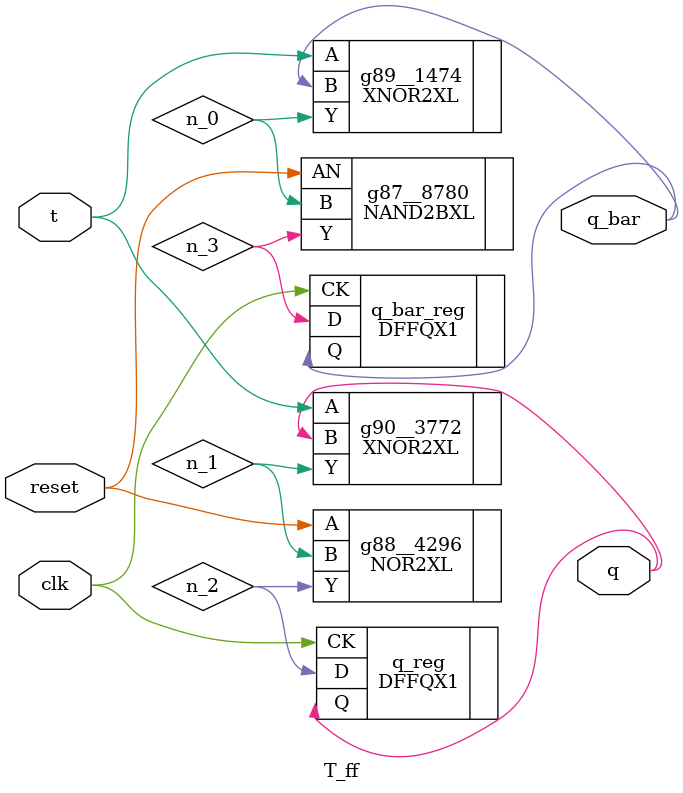
<source format=v>


// Verification Directory fv/T_ff 

module T_ff(t, clk, reset, q, q_bar);
  input t, clk, reset;
  output q, q_bar;
  wire t, clk, reset;
  wire q, q_bar;
  wire n_0, n_1, n_2, n_3;
  DFFQX1 q_bar_reg(.CK (clk), .D (n_3), .Q (q_bar));
  DFFQX1 q_reg(.CK (clk), .D (n_2), .Q (q));
  NAND2BXL g87__8780(.AN (reset), .B (n_0), .Y (n_3));
  NOR2XL g88__4296(.A (reset), .B (n_1), .Y (n_2));
  XNOR2XL g90__3772(.A (t), .B (q), .Y (n_1));
  XNOR2XL g89__1474(.A (t), .B (q_bar), .Y (n_0));
endmodule


</source>
